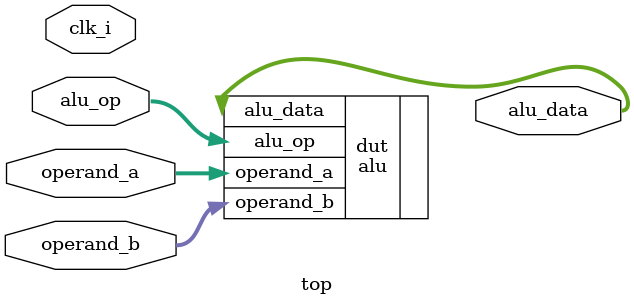
<source format=sv>
module top (

  // inputs
  	input logic		clk_i,
	input logic [31:0] 	operand_a,
 	input logic [31:0] 	operand_b,
  	input logic [3:0]  	alu_op,
	
  // outputs
  	output logic [31:0] 	alu_data
);

	alu dut (
		.operand_a (operand_a ),
		.operand_b (operand_b ),
		.alu_op (alu_op),
		.alu_data (alu_data  )
	);
  
	always @(posedge clk_i) begin: proc_assertions
 		if (alu_op == 4'b0000)
 			assert (alu_data == (operand_a + operand_b) || alu_data == 32'hFFFF_FFFF);
		if (alu_op == 4'b0001)
 			assert (alu_data == (operand_a - operand_b) || alu_data == 32'hFFFF_FFFF);
 		if (alu_op == 4'b0010)
 			assert (alu_data == ((operand_a  < operand_b)?1:0));
 		if (alu_op == 4'b0011)
 			assert (alu_data == ((operand_a  < operand_b)?1:0));
 		if (alu_op == 4'b0100)
 			assert (alu_data == (operand_a ^ operand_b));
 		if (alu_op == 4'b0101)
 			assert (alu_data == (operand_a | operand_b));
 		if (alu_op == 4'b0110)
 			assert (alu_data == (operand_a & operand_b));
 		if (alu_op == 4'b0111)
 			assert (alu_data == (operand_a << operand_b[4:0]));
 		if (alu_op == 4'b1000)
 			assert (alu_data == (operand_a >> operand_b[4:0]));
 		if (alu_op == 4'b1001)
 			assert (alu_data == (operand_a >>> operand_b[4:0]));
 	end

endmodule : top

</source>
